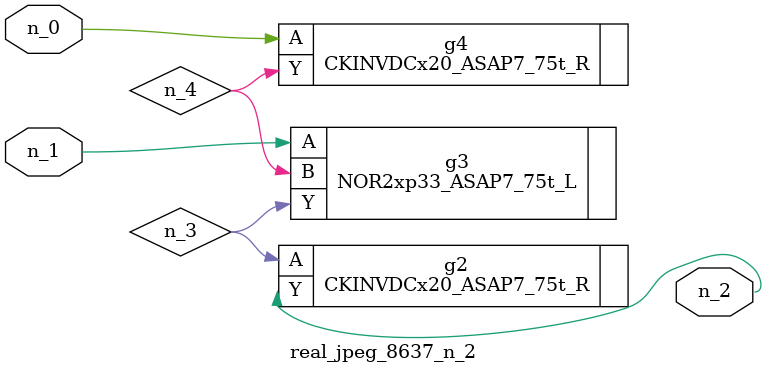
<source format=v>
module real_jpeg_8637_n_2 (n_1, n_0, n_2);

input n_1;
input n_0;

output n_2;

wire n_4;
wire n_3;

CKINVDCx20_ASAP7_75t_R g4 ( 
.A(n_0),
.Y(n_4)
);

NOR2xp33_ASAP7_75t_L g3 ( 
.A(n_1),
.B(n_4),
.Y(n_3)
);

CKINVDCx20_ASAP7_75t_R g2 ( 
.A(n_3),
.Y(n_2)
);


endmodule
</source>
